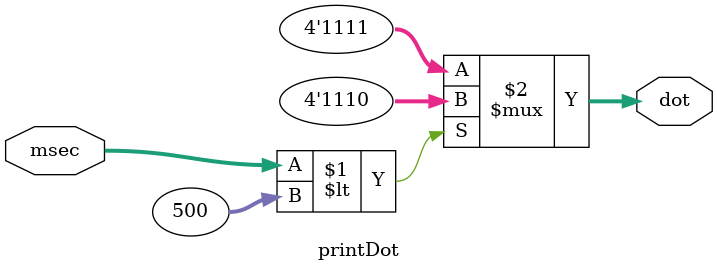
<source format=v>
`timescale 1ns / 1ps

module fndController(
    input clk,
    input reset,
    input [13:0] fndData,
    output [3:0] fndCom,
    output [7:0] fndFont
    );

    wire w_tick;
    wire [2:0] digit_sel;
    wire [3:0] w_digit_1, w_digit_10, w_digit_100, w_digit_1000, w_bcd;
    wire [3:0] w_dot;
    wire [9:0] w_msec;

    clk_div_1khz #(.BIT_WIDTH(100_000)) U_CLK_DIV_1khz(
        .clk(clk),
        .reset(reset),
        .tick(w_tick) 
    );

    counter_8bit #(.BIT_WIDTH(8)) U_Counter_8bit(
        .clk(clk),
        .reset(reset),
        .tick(w_tick),
        .count(digit_sel)
    );

    counter_8bit #(.BIT_WIDTH(1000)) U_Counter_100(
        .clk(clk),
        .reset(reset),
        .tick(w_tick),
        .count(w_msec)
    );

    decoder_3x8 U_Dec_3X8 (
        .x(digit_sel),
        .y(fndCom)
    );

    digit_splitter U_Digit_Splitter (
        .fndData(fndData),
        .digit_1(w_digit_1),
        .digit_10(w_digit_10),
        .digit_100(w_digit_100),
        .digit_1000(w_digit_1000)
    );

    mux_8x1 U_Mux_8X1 (
        .sel(digit_sel),
        .x0(w_digit_1),
        .x1(w_digit_10),
        .x2(w_digit_100),
        .x3(w_digit_1000),
        .x4(4'hF),
        .x5(w_dot),
        .x6(4'hF),
        .x7(4'hF),
        .y(w_bcd)
    );

    bcdtoSEG U_BCDtoSEG(
        .bcd(w_bcd),
        .seg(fndFont)
    );

    printDot U_PrintDot(
        .msec(w_msec),
        .dot(w_dot)
    );

endmodule

module clk_div_1khz #(parameter BIT_WIDTH = 100_000)(
    input clk,
    input reset,
    output reg tick
);

    reg [$clog2(BIT_WIDTH)-1:0] div_counter;

    always @(posedge clk, posedge reset) begin
        if(reset) begin
            div_counter <= 0;
            tick <= 1'b0;
        end
        else begin
            if(div_counter == BIT_WIDTH - 1) begin
                div_counter <= 0;
                tick <= 1'b1;
            end
            else begin
                div_counter <= div_counter + 1;
                tick <= 1'b0;
            end
        end
    end
endmodule

module counter_8bit #(parameter BIT_WIDTH = 100)(
    input clk,
    input reset,
    input tick,
    output reg [$clog2(BIT_WIDTH)-1:0] count
);
    
    always @(posedge clk, posedge reset) begin
        if(reset) begin
            count <= 0;
        end
        else begin
            if(tick) begin
                if(count == BIT_WIDTH-1) begin
                    count <= 0;
                end
                else begin
                    count <= count + 1;  
                end
            end
        end
    end
endmodule

module decoder_3x8 (
    input [2:0] x,
    output reg [3:0] y
);

    always @(*) begin
        y = 4'b1111;
        case (x)
            3'b000: y = 4'b1110; 
            3'b001: y = 4'b1101; 
            3'b010: y = 4'b1011; 
            3'b011: y = 4'b0111; 
            3'b100: y = 4'b1110; 
            3'b101: y = 4'b1101; 
            3'b110: y = 4'b1011; 
            3'b111: y = 4'b0111; 
        endcase
    end    
endmodule

module digit_splitter (
    input [13:0] fndData,
    output [3:0] digit_1,
    output [3:0] digit_10,
    output [3:0] digit_100,
    output [3:0] digit_1000
);

    assign digit_1 = fndData % 10;
    assign digit_10 = fndData /10 % 10;
    assign digit_100 = fndData /100 % 10;
    assign digit_1000 = fndData /1000 % 10;
endmodule

module mux_8x1 (
    input [2:0] sel,
    input [3:0] x0,
    input [3:0] x1,
    input [3:0] x2,
    input [3:0] x3,
    input [3:0] x4,
    input [3:0] x5,
    input [3:0] x6,
    input [3:0] x7,
    output reg [3:0] y
);

    always @(*) begin
        y = 4'b0000;
        case (sel)
            3'b000: y = x0; 
            3'b001: y = x1; 
            3'b010: y = x2; 
            3'b011: y = x3; 
            3'b100: y = x4; 
            3'b101: y = x5; 
            3'b110: y = x6; 
            3'b111: y = x7; 
        endcase
    end    
endmodule

module bcdtoSEG (
    input [3:0] bcd,
    output reg  [7:0] seg
);
    always @(bcd) begin
        case (bcd)
            4'h0: seg = 8'hC0;  //case문 내부에도 begin~end 사용가능
            4'h1: seg = 8'hF9;
            4'h2: seg = 8'hA4;
            4'h3: seg = 8'hB0;
            4'h4: seg = 8'h99;
            4'h5: seg = 8'h92;
            4'h6: seg = 8'h82;
            4'h7: seg = 8'hF8;
            4'h8: seg = 8'h80;
            4'h9: seg = 8'h90;

            4'hA: seg = 8'h88;
            4'hB: seg = 8'h83;
            4'hC: seg = 8'hC6;
            4'hD: seg = 8'hA1;
            4'hE: seg = 8'h7F; //dot on
            4'hF: seg = 8'hFF; //dot off
            default: seg = 8'hFF;
        endcase
    end  
endmodule

module printDot (
    input [9:0] msec,
    output [3:0] dot
);

    assign dot = (msec<500) ? 4'hE : 4'hF;
endmodule
</source>
